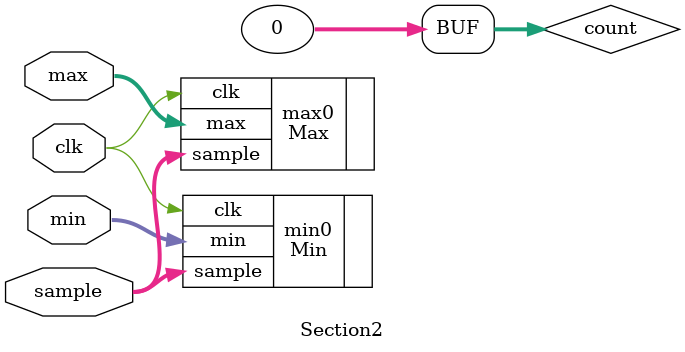
<source format=v>
`timescale 1ns / 1ps


module Section2(clk, sample, min, max);

input clk;                 //Clock
inout [15:0] min, max;      
inout [15:0] sample;

Min min0 (.clk (clk), .sample (sample), .min (min));
Max max0 (.clk (clk), .sample (sample), .max (max));

integer count;

initial begin
count = 0;
end

endmodule

</source>
